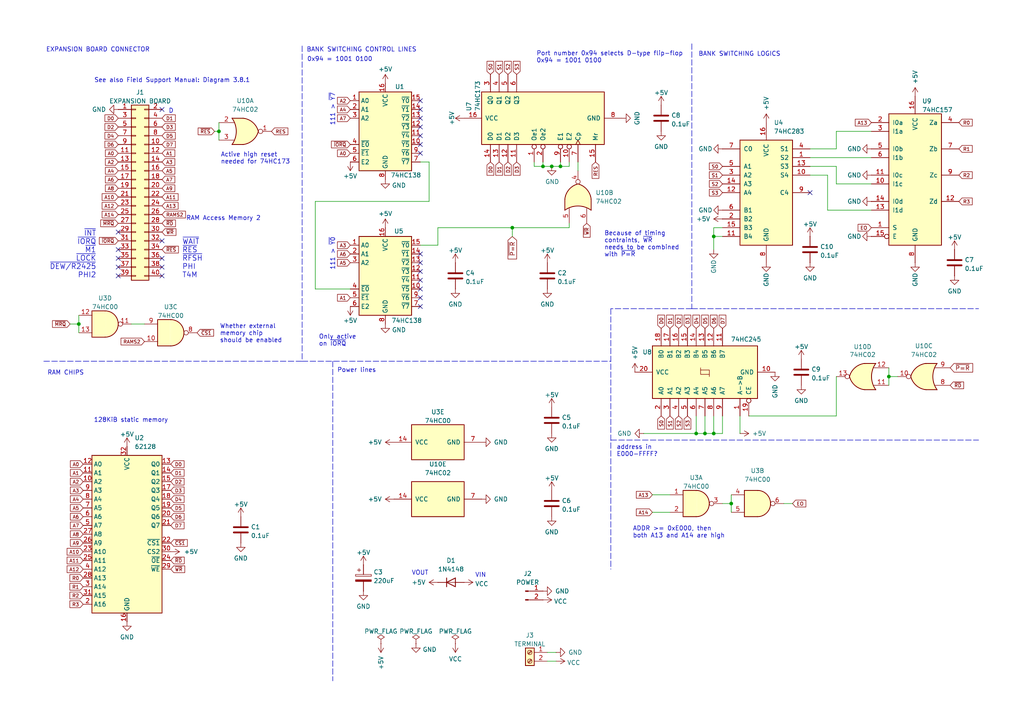
<source format=kicad_sch>
(kicad_sch (version 20231120) (generator "eeschema") (generator_version "8.0")
  (paper "A4")
  (title_block (title "Philips P2000T 128KiB memory expansion board (SMD)") (date "2024-08-06") (rev "0"))
  (lib_symbols
    (symbol "74xx:74HC00" (pin_names (offset 1.016))
      (property "Reference" "U" (at 0 1.27 0))
      (property "Value" "74HC00" (at 0 -1.27 0))
      (symbol "74HC00_1_1"
        (pin input line (at -7.62 2.54 0) (length 3.81) (name "~") (number "1"))
        (pin input line (at -7.62 -2.54 0) (length 3.81) (name "~") (number "2"))
        (pin output inverted (at 7.62 0 180) (length 3.81) (name "~") (number "3"))
      )
      (symbol "74HC00_1_2"
        (pin input inverted (at -7.62 2.54 0) (length 4.318) (name "~") (number "1"))
        (pin input inverted (at -7.62 -2.54 0) (length 4.318) (name "~") (number "2"))
        (pin output line (at 7.62 0 180) (length 3.81) (name "~") (number "3"))
      )
      (symbol "74HC00_2_1"
        (pin input line (at -7.62 2.54 0) (length 3.81) (name "~") (number "4"))
        (pin input line (at -7.62 -2.54 0) (length 3.81) (name "~") (number "5"))
        (pin output inverted (at 7.62 0 180) (length 3.81) (name "~") (number "6"))
      )
      (symbol "74HC00_2_2"
        (pin input inverted (at -7.62 2.54 0) (length 4.318) (name "~") (number "4"))
        (pin input inverted (at -7.62 -2.54 0) (length 4.318) (name "~") (number "5"))
        (pin output line (at 7.62 0 180) (length 3.81) (name "~") (number "6"))
      )
      (symbol "74HC00_3_1"
        (pin input line (at -7.62 -2.54 0) (length 3.81) (name "~") (number "10"))
        (pin output inverted (at 7.62 0 180) (length 3.81) (name "~") (number "8"))
        (pin input line (at -7.62 2.54 0) (length 3.81) (name "~") (number "9"))
      )
      (symbol "74HC00_3_2"
        (pin input inverted (at -7.62 -2.54 0) (length 4.318) (name "~") (number "10"))
        (pin output line (at 7.62 0 180) (length 3.81) (name "~") (number "8"))
        (pin input inverted (at -7.62 2.54 0) (length 4.318) (name "~") (number "9"))
      )
      (symbol "74HC00_4_1"
        (pin output inverted (at 7.62 0 180) (length 3.81) (name "~") (number "11"))
        (pin input line (at -7.62 2.54 0) (length 3.81) (name "~") (number "12"))
        (pin input line (at -7.62 -2.54 0) (length 3.81) (name "~") (number "13"))
      )
      (symbol "74HC00_4_2"
        (pin output line (at 7.62 0 180) (length 3.81) (name "~") (number "11"))
        (pin input inverted (at -7.62 2.54 0) (length 4.318) (name "~") (number "12"))
        (pin input inverted (at -7.62 -2.54 0) (length 4.318) (name "~") (number "13"))
      )
      (symbol "74HC00_5_0"
        (pin power_in line (at 0 12.7 270) (length 5.08) (name "VCC") (number "14"))
        (pin power_in line (at 0 -12.7 90) (length 5.08) (name "GND") (number "7"))
      )
    )
    (symbol "74xx:74HC02" (pin_names (offset 1.016))
      (property "Reference" "U" (at 0 1.27 0))
      (property "Value" "74HC02" (at 0 -1.27 0))
      (symbol "74HC02_1_1"
        (pin output inverted (at 7.62 0 180) (length 3.81) (name "~") (number "1"))
        (pin input line (at -7.62 2.54 0) (length 4.318) (name "~") (number "2"))
        (pin input line (at -7.62 -2.54 0) (length 4.318) (name "~") (number "3"))
      )
      (symbol "74HC02_1_2"
        (pin output line (at 7.62 0 180) (length 3.81) (name "~") (number "1"))
        (pin input inverted (at -7.62 2.54 0) (length 3.81) (name "~") (number "2"))
        (pin input inverted (at -7.62 -2.54 0) (length 3.81) (name "~") (number "3"))
      )
      (symbol "74HC02_2_1"
        (pin output inverted (at 7.62 0 180) (length 3.81) (name "~") (number "4"))
        (pin input line (at -7.62 2.54 0) (length 4.318) (name "~") (number "5"))
        (pin input line (at -7.62 -2.54 0) (length 4.318) (name "~") (number "6"))
      )
      (symbol "74HC02_2_2"
        (pin output line (at 7.62 0 180) (length 3.81) (name "~") (number "4"))
        (pin input inverted (at -7.62 2.54 0) (length 3.81) (name "~") (number "5"))
        (pin input inverted (at -7.62 -2.54 0) (length 3.81) (name "~") (number "6"))
      )
      (symbol "74HC02_3_1"
        (pin output inverted (at 7.62 0 180) (length 3.81) (name "~") (number "10"))
        (pin input line (at -7.62 2.54 0) (length 4.318) (name "~") (number "8"))
        (pin input line (at -7.62 -2.54 0) (length 4.318) (name "~") (number "9"))
      )
      (symbol "74HC02_3_2"
        (pin output line (at 7.62 0 180) (length 3.81) (name "~") (number "10"))
        (pin input inverted (at -7.62 2.54 0) (length 3.81) (name "~") (number "8"))
        (pin input inverted (at -7.62 -2.54 0) (length 3.81) (name "~") (number "9"))
      )
      (symbol "74HC02_4_1"
        (pin input line (at -7.62 2.54 0) (length 4.318) (name "~") (number "11"))
        (pin input line (at -7.62 -2.54 0) (length 4.318) (name "~") (number "12"))
        (pin output inverted (at 7.62 0 180) (length 3.81) (name "~") (number "13"))
      )
      (symbol "74HC02_4_2"
        (pin input inverted (at -7.62 2.54 0) (length 3.81) (name "~") (number "11"))
        (pin input inverted (at -7.62 -2.54 0) (length 3.81) (name "~") (number "12"))
        (pin output line (at 7.62 0 180) (length 3.81) (name "~") (number "13"))
      )
      (symbol "74HC02_5_0"
        (pin power_in line (at 0 12.7 270) (length 5.08) (name "VCC") (number "14"))
        (pin power_in line (at 0 -12.7 90) (length 5.08) (name "GND") (number "7"))
      )
    )
    (symbol "74xx:74HC138"
      (property "Reference" "U" (at -7.62 13.97 0))
      (property "Value" "74HC138" (at 2.54 -11.43 0))
      (symbol "74HC138_1_1"
        (pin input line (at -10.16 10.16 0) (length 2.54) (name "A0") (number "1"))
        (pin output line (at 10.16 -2.54 180) (length 2.54) (name "~{Y5}") (number "10"))
        (pin output line (at 10.16 0 180) (length 2.54) (name "~{Y4}") (number "11"))
        (pin output line (at 10.16 2.54 180) (length 2.54) (name "~{Y3}") (number "12"))
        (pin output line (at 10.16 5.08 180) (length 2.54) (name "~{Y2}") (number "13"))
        (pin output line (at 10.16 7.62 180) (length 2.54) (name "~{Y1}") (number "14"))
        (pin output line (at 10.16 10.16 180) (length 2.54) (name "~{Y0}") (number "15"))
        (pin power_in line (at 0 15.24 270) (length 2.54) (name "VCC") (number "16"))
        (pin input line (at -10.16 7.62 0) (length 2.54) (name "A1") (number "2"))
        (pin input line (at -10.16 5.08 0) (length 2.54) (name "A2") (number "3"))
        (pin input line (at -10.16 -2.54 0) (length 2.54) (name "~{E0}") (number "4"))
        (pin input line (at -10.16 -5.08 0) (length 2.54) (name "~{E1}") (number "5"))
        (pin input line (at -10.16 -7.62 0) (length 2.54) (name "E2") (number "6"))
        (pin output line (at 10.16 -7.62 180) (length 2.54) (name "~{Y7}") (number "7"))
        (pin power_in line (at 0 -12.7 90) (length 2.54) (name "GND") (number "8"))
        (pin output line (at 10.16 -5.08 180) (length 2.54) (name "~{Y6}") (number "9"))
      )
    )
    (symbol "74xx:74LS157" (pin_names (offset 1.016))
      (property "Reference" "U" (at -7.62 19.05 0))
      (property "Value" "74LS157" (at -7.62 -21.59 0))
      (symbol "74LS157_1_0"
        (pin input line (at -12.7 -15.24 0) (length 5.08) (name "S") (number "1"))
        (pin input line (at -12.7 -2.54 0) (length 5.08) (name "I1c") (number "10"))
        (pin input line (at -12.7 0 0) (length 5.08) (name "I0c") (number "11"))
        (pin output line (at 12.7 -7.62 180) (length 5.08) (name "Zd") (number "12"))
        (pin input line (at -12.7 -10.16 0) (length 5.08) (name "I1d") (number "13"))
        (pin input line (at -12.7 -7.62 0) (length 5.08) (name "I0d") (number "14"))
        (pin input inverted (at -12.7 -17.78 0) (length 5.08) (name "E") (number "15"))
        (pin power_in line (at 0 22.86 270) (length 5.08) (name "VCC") (number "16"))
        (pin input line (at -12.7 15.24 0) (length 5.08) (name "I0a") (number "2"))
        (pin input line (at -12.7 12.7 0) (length 5.08) (name "I1a") (number "3"))
        (pin output line (at 12.7 15.24 180) (length 5.08) (name "Za") (number "4"))
        (pin input line (at -12.7 7.62 0) (length 5.08) (name "I0b") (number "5"))
        (pin input line (at -12.7 5.08 0) (length 5.08) (name "I1b") (number "6"))
        (pin output line (at 12.7 7.62 180) (length 5.08) (name "Zb") (number "7"))
        (pin power_in line (at 0 -25.4 90) (length 5.08) (name "GND") (number "8"))
        (pin output line (at 12.7 0 180) (length 5.08) (name "Zc") (number "9"))
      )
    )
    (symbol "74xx:74LS173" (pin_names (offset 1.016))
      (property "Reference" "U" (at -7.62 19.05 0))
      (property "Value" "74LS173" (at -7.62 -19.05 0))
      (symbol "74LS173_1_0"
        (pin input inverted (at -12.7 2.54 0) (length 5.08) (name "Oe1") (number "1"))
        (pin input inverted (at -12.7 -7.62 0) (length 5.08) (name "E2") (number "10"))
        (pin input line (at -12.7 7.62 0) (length 5.08) (name "D3") (number "11"))
        (pin input line (at -12.7 10.16 0) (length 5.08) (name "D2") (number "12"))
        (pin input line (at -12.7 12.7 0) (length 5.08) (name "D1") (number "13"))
        (pin input line (at -12.7 15.24 0) (length 5.08) (name "D0") (number "14"))
        (pin input line (at -12.7 -15.24 0) (length 5.08) (name "Mr") (number "15"))
        (pin power_in line (at 0 22.86 270) (length 5.08) (name "VCC") (number "16"))
        (pin input inverted (at -12.7 0 0) (length 5.08) (name "Oe2") (number "2"))
        (pin tri_state line (at 12.7 15.24 180) (length 5.08) (name "Q0") (number "3"))
        (pin tri_state line (at 12.7 12.7 180) (length 5.08) (name "Q1") (number "4"))
        (pin tri_state line (at 12.7 10.16 180) (length 5.08) (name "Q2") (number "5"))
        (pin tri_state line (at 12.7 7.62 180) (length 5.08) (name "Q3") (number "6"))
        (pin input clock (at -12.7 -10.16 0) (length 5.08) (name "Cp") (number "7"))
        (pin power_in line (at 0 -22.86 90) (length 5.08) (name "GND") (number "8"))
        (pin input inverted (at -12.7 -5.08 0) (length 5.08) (name "E1") (number "9"))
      )
    )
    (symbol "74xx:74LS245" (pin_names (offset 1.016))
      (property "Reference" "U" (at -7.62 16.51 0))
      (property "Value" "74LS245" (at -7.62 -16.51 0))
      (symbol "74LS245_1_0"
        (pin input line (at -12.7 -10.16 0) (length 5.08) (name "A->B") (number "1"))
        (pin power_in line (at 0 -20.32 90) (length 5.08) (name "GND") (number "10"))
        (pin tri_state line (at 12.7 -5.08 180) (length 5.08) (name "B7") (number "11"))
        (pin tri_state line (at 12.7 -2.54 180) (length 5.08) (name "B6") (number "12"))
        (pin tri_state line (at 12.7 0 180) (length 5.08) (name "B5") (number "13"))
        (pin tri_state line (at 12.7 2.54 180) (length 5.08) (name "B4") (number "14"))
        (pin tri_state line (at 12.7 5.08 180) (length 5.08) (name "B3") (number "15"))
        (pin tri_state line (at 12.7 7.62 180) (length 5.08) (name "B2") (number "16"))
        (pin tri_state line (at 12.7 10.16 180) (length 5.08) (name "B1") (number "17"))
        (pin tri_state line (at 12.7 12.7 180) (length 5.08) (name "B0") (number "18"))
        (pin input inverted (at -12.7 -12.7 0) (length 5.08) (name "CE") (number "19"))
        (pin tri_state line (at -12.7 12.7 0) (length 5.08) (name "A0") (number "2"))
        (pin power_in line (at 0 20.32 270) (length 5.08) (name "VCC") (number "20"))
        (pin tri_state line (at -12.7 10.16 0) (length 5.08) (name "A1") (number "3"))
        (pin tri_state line (at -12.7 7.62 0) (length 5.08) (name "A2") (number "4"))
        (pin tri_state line (at -12.7 5.08 0) (length 5.08) (name "A3") (number "5"))
        (pin tri_state line (at -12.7 2.54 0) (length 5.08) (name "A4") (number "6"))
        (pin tri_state line (at -12.7 0 0) (length 5.08) (name "A5") (number "7"))
        (pin tri_state line (at -12.7 -2.54 0) (length 5.08) (name "A6") (number "8"))
        (pin tri_state line (at -12.7 -5.08 0) (length 5.08) (name "A7") (number "9"))
      )
    )
    (symbol "74xx:74LS283" (pin_names (offset 1.016))
      (property "Reference" "U" (at -7.62 16.51 0))
      (property "Value" "74LS283" (at -7.62 -16.51 0))
      (symbol "74LS283_1_0"
        (pin output line (at 12.7 10.16 180) (length 5.08) (name "S2") (number "1"))
        (pin output line (at 12.7 5.08 180) (length 5.08) (name "S4") (number "10"))
        (pin input line (at -12.7 -12.7 0) (length 5.08) (name "B4") (number "11"))
        (pin input line (at -12.7 0 0) (length 5.08) (name "A4") (number "12"))
        (pin output line (at 12.7 7.62 180) (length 5.08) (name "S3") (number "13"))
        (pin input line (at -12.7 2.54 0) (length 5.08) (name "A3") (number "14"))
        (pin input line (at -12.7 -10.16 0) (length 5.08) (name "B3") (number "15"))
        (pin power_in line (at 0 20.32 270) (length 5.08) (name "VCC") (number "16"))
        (pin input line (at -12.7 -7.62 0) (length 5.08) (name "B2") (number "2"))
        (pin input line (at -12.7 5.08 0) (length 5.08) (name "A2") (number "3"))
        (pin output line (at 12.7 12.7 180) (length 5.08) (name "S1") (number "4"))
        (pin input line (at -12.7 7.62 0) (length 5.08) (name "A1") (number "5"))
        (pin input line (at -12.7 -5.08 0) (length 5.08) (name "B1") (number "6"))
        (pin input line (at -12.7 12.7 0) (length 5.08) (name "C0") (number "7"))
        (pin power_in line (at 0 -20.32 90) (length 5.08) (name "GND") (number "8"))
        (pin output line (at 12.7 0 180) (length 5.08) (name "C4") (number "9"))
      )
    )
    (symbol "Connector:Conn_01x02_Pin" (pin_names (offset 1.016) hide)
      (property "Reference" "J" (at 0 2.54 0))
      (property "Value" "Conn_01x02_Pin" (at 0 -5.08 0))
      (symbol "Conn_01x02_Pin_1_1"
        (pin passive line (at 5.08 0 180) (length 3.81) (name "Pin_1") (number "1"))
        (pin passive line (at 5.08 -2.54 180) (length 3.81) (name "Pin_2") (number "2"))
      )
    )
    (symbol "Connector:Screw_Terminal_01x02" (pin_names (offset 1.016) hide)
      (property "Reference" "J" (at 0 2.54 0))
      (property "Value" "Screw_Terminal_01x02" (at 0 -5.08 0))
      (symbol "Screw_Terminal_01x02_1_1"
        (pin passive line (at -5.08 0 0) (length 3.81) (name "Pin_1") (number "1"))
        (pin passive line (at -5.08 -2.54 0) (length 3.81) (name "Pin_2") (number "2"))
      )
    )
    (symbol "Connector_Generic:Conn_02x20_Odd_Even" (pin_names (offset 1.016) hide)
      (property "Reference" "J" (at 1.27 25.4 0))
      (property "Value" "Conn_02x20_Odd_Even" (at 1.27 -27.94 0))
      (symbol "Conn_02x20_Odd_Even_1_1"
        (pin passive line (at -5.08 22.86 0) (length 3.81) (name "Pin_1") (number "1"))
        (pin passive line (at 7.62 12.7 180) (length 3.81) (name "Pin_10") (number "10"))
        (pin passive line (at -5.08 10.16 0) (length 3.81) (name "Pin_11") (number "11"))
        (pin passive line (at 7.62 10.16 180) (length 3.81) (name "Pin_12") (number "12"))
        (pin passive line (at -5.08 7.62 0) (length 3.81) (name "Pin_13") (number "13"))
        (pin passive line (at 7.62 7.62 180) (length 3.81) (name "Pin_14") (number "14"))
        (pin passive line (at -5.08 5.08 0) (length 3.81) (name "Pin_15") (number "15"))
        (pin passive line (at 7.62 5.08 180) (length 3.81) (name "Pin_16") (number "16"))
        (pin passive line (at -5.08 2.54 0) (length 3.81) (name "Pin_17") (number "17"))
        (pin passive line (at 7.62 2.54 180) (length 3.81) (name "Pin_18") (number "18"))
        (pin passive line (at -5.08 0 0) (length 3.81) (name "Pin_19") (number "19"))
        (pin passive line (at 7.62 22.86 180) (length 3.81) (name "Pin_2") (number "2"))
        (pin passive line (at 7.62 0 180) (length 3.81) (name "Pin_20") (number "20"))
        (pin passive line (at -5.08 -2.54 0) (length 3.81) (name "Pin_21") (number "21"))
        (pin passive line (at 7.62 -2.54 180) (length 3.81) (name "Pin_22") (number "22"))
        (pin passive line (at -5.08 -5.08 0) (length 3.81) (name "Pin_23") (number "23"))
        (pin passive line (at 7.62 -5.08 180) (length 3.81) (name "Pin_24") (number "24"))
        (pin passive line (at -5.08 -7.62 0) (length 3.81) (name "Pin_25") (number "25"))
        (pin passive line (at 7.62 -7.62 180) (length 3.81) (name "Pin_26") (number "26"))
        (pin passive line (at -5.08 -10.16 0) (length 3.81) (name "Pin_27") (number "27"))
        (pin passive line (at 7.62 -10.16 180) (length 3.81) (name "Pin_28") (number "28"))
        (pin passive line (at -5.08 -12.7 0) (length 3.81) (name "Pin_29") (number "29"))
        (pin passive line (at -5.08 20.32 0) (length 3.81) (name "Pin_3") (number "3"))
        (pin passive line (at 7.62 -12.7 180) (length 3.81) (name "Pin_30") (number "30"))
        (pin passive line (at -5.08 -15.24 0) (length 3.81) (name "Pin_31") (number "31"))
        (pin passive line (at 7.62 -15.24 180) (length 3.81) (name "Pin_32") (number "32"))
        (pin passive line (at -5.08 -17.78 0) (length 3.81) (name "Pin_33") (number "33"))
        (pin passive line (at 7.62 -17.78 180) (length 3.81) (name "Pin_34") (number "34"))
        (pin passive line (at -5.08 -20.32 0) (length 3.81) (name "Pin_35") (number "35"))
        (pin passive line (at 7.62 -20.32 180) (length 3.81) (name "Pin_36") (number "36"))
        (pin passive line (at -5.08 -22.86 0) (length 3.81) (name "Pin_37") (number "37"))
        (pin passive line (at 7.62 -22.86 180) (length 3.81) (name "Pin_38") (number "38"))
        (pin passive line (at -5.08 -25.4 0) (length 3.81) (name "Pin_39") (number "39"))
        (pin passive line (at 7.62 20.32 180) (length 3.81) (name "Pin_4") (number "4"))
        (pin passive line (at 7.62 -25.4 180) (length 3.81) (name "Pin_40") (number "40"))
        (pin passive line (at -5.08 17.78 0) (length 3.81) (name "Pin_5") (number "5"))
        (pin passive line (at 7.62 17.78 180) (length 3.81) (name "Pin_6") (number "6"))
        (pin passive line (at -5.08 15.24 0) (length 3.81) (name "Pin_7") (number "7"))
        (pin passive line (at 7.62 15.24 180) (length 3.81) (name "Pin_8") (number "8"))
        (pin passive line (at -5.08 12.7 0) (length 3.81) (name "Pin_9") (number "9"))
      )
    )
    (symbol "Device:C" (pin_numbers hide) (pin_names (offset 0.254))
      (property "Reference" "C" (at 0.635 2.54 0))
      (property "Value" "C" (at 0.635 -2.54 0))
      (symbol "C_1_1"
        (pin passive line (at 0 3.81 270) (length 2.794) (name "~") (number "1"))
        (pin passive line (at 0 -3.81 90) (length 2.794) (name "~") (number "2"))
      )
    )
    (symbol "Device:C_Polarized" (pin_numbers hide) (pin_names (offset 0.254))
      (property "Reference" "C" (at 0.635 2.54 0))
      (property "Value" "C_Polarized" (at 0.635 -2.54 0))
      (symbol "C_Polarized_1_1"
        (pin passive line (at 0 3.81 270) (length 2.794) (name "~") (number "1"))
        (pin passive line (at 0 -3.81 90) (length 2.794) (name "~") (number "2"))
      )
    )
    (symbol "Device:D" (pin_numbers hide) (pin_names (offset 1.016) hide)
      (property "Reference" "D" (at 0 2.54 0))
      (property "Value" "D" (at 0 -2.54 0))
      (symbol "D_1_1"
        (pin passive line (at -3.81 0 0) (length 2.54) (name "K") (number "1"))
        (pin passive line (at 3.81 0 180) (length 2.54) (name "A") (number "2"))
      )
    )
    (symbol "Memory_RAM:628128_DIP32_SSOP32"
      (property "Reference" "U" (at -10.16 23.495 0))
      (property "Value" "628128_DIP32_SSOP32" (at 2.54 23.495 0))
      (symbol "628128_DIP32_SSOP32_0_0"
        (pin power_in line (at 0 -25.4 90) (length 2.54) (name "GND") (number "16"))
        (pin power_in line (at 0 25.4 270) (length 2.54) (name "VCC") (number "32"))
      )
      (symbol "628128_DIP32_SSOP32_1_1"
        (pin no_connect line (at 10.16 -20.32 180) (length 2.54) hide (name "NC") (number "1"))
        (pin input line (at -12.7 15.24 0) (length 2.54) (name "A2") (number "10"))
        (pin input line (at -12.7 17.78 0) (length 2.54) (name "A1") (number "11"))
        (pin input line (at -12.7 20.32 0) (length 2.54) (name "A0") (number "12"))
        (pin tri_state line (at 12.7 20.32 180) (length 2.54) (name "Q0") (number "13"))
        (pin tri_state line (at 12.7 17.78 180) (length 2.54) (name "Q1") (number "14"))
        (pin tri_state line (at 12.7 15.24 180) (length 2.54) (name "Q2") (number "15"))
        (pin tri_state line (at 12.7 12.7 180) (length 2.54) (name "Q3") (number "17"))
        (pin tri_state line (at 12.7 10.16 180) (length 2.54) (name "Q4") (number "18"))
        (pin tri_state line (at 12.7 7.62 180) (length 2.54) (name "Q5") (number "19"))
        (pin input line (at -12.7 -20.32 0) (length 2.54) (name "A16") (number "2"))
        (pin tri_state line (at 12.7 5.08 180) (length 2.54) (name "Q6") (number "20"))
        (pin tri_state line (at 12.7 2.54 180) (length 2.54) (name "Q7") (number "21"))
        (pin input line (at 12.7 -2.54 180) (length 2.54) (name "~{CS1}") (number "22"))
        (pin input line (at -12.7 -5.08 0) (length 2.54) (name "A10") (number "23"))
        (pin input line (at 12.7 -7.62 180) (length 2.54) (name "~{OE}") (number "24"))
        (pin input line (at -12.7 -7.62 0) (length 2.54) (name "A11") (number "25"))
        (pin input line (at -12.7 -2.54 0) (length 2.54) (name "A9") (number "26"))
        (pin input line (at -12.7 0 0) (length 2.54) (name "A8") (number "27"))
        (pin input line (at -12.7 -12.7 0) (length 2.54) (name "A13") (number "28"))
        (pin input line (at 12.7 -10.16 180) (length 2.54) (name "~{WE}") (number "29"))
        (pin input line (at -12.7 -15.24 0) (length 2.54) (name "A14") (number "3"))
        (pin input line (at 12.7 -5.08 180) (length 2.54) (name "CS2") (number "30"))
        (pin input line (at -12.7 -17.78 0) (length 2.54) (name "A15") (number "31"))
        (pin input line (at -12.7 -10.16 0) (length 2.54) (name "A12") (number "4"))
        (pin input line (at -12.7 2.54 0) (length 2.54) (name "A7") (number "5"))
        (pin input line (at -12.7 5.08 0) (length 2.54) (name "A6") (number "6"))
        (pin input line (at -12.7 7.62 0) (length 2.54) (name "A5") (number "7"))
        (pin input line (at -12.7 10.16 0) (length 2.54) (name "A4") (number "8"))
        (pin input line (at -12.7 12.7 0) (length 2.54) (name "A3") (number "9"))
      )
    )
    (symbol "power:+5V" (power) (pin_numbers hide) (pin_names (offset 0) hide)
      (property "Value" "+5V" (at 0 3.556 0))
      (symbol "+5V_1_1"
        (pin power_in line (at 0 0 90) (length 0) (name "~") (number "1"))
      )
    )
    (symbol "power:GND" (power) (pin_numbers hide) (pin_names (offset 0) hide)
      (property "Value" "GND" (at 0 -3.81 0))
      (symbol "GND_1_1"
        (pin power_in line (at 0 0 270) (length 0) (name "~") (number "1"))
      )
    )
    (symbol "power:PWR_FLAG" (power) (pin_numbers hide) (pin_names (offset 0) hide)
      (property "Value" "PWR_FLAG" (at 0 3.81 0))
      (symbol "PWR_FLAG_0_0"
        (pin power_out line (at 0 0 90) (length 0) (name "~") (number "1"))
      )
    )
    (symbol "power:VCC" (power) (pin_numbers hide) (pin_names (offset 0) hide)
      (property "Value" "VCC" (at 0 3.556 0))
      (symbol "VCC_1_1"
        (pin power_in line (at 0 0 90) (length 0) (name "~") (number "1"))
      )
    )
  )
  (junction (at 160.02 48.26))
  (junction (at 257.81 109.22))
  (junction (at 204.47 125.73))
  (junction (at 201.93 125.73))
  (junction (at 212.09 146.05))
  (junction (at 63.5 38.1))
  (junction (at 22.86 93.98))
  (junction (at 207.01 68.58))
  (junction (at 207.01 125.73))
  (junction (at 157.48 48.26))
  (junction (at 148.59 66.04))
  (junction (at 162.56 48.26))
  (no_connect (at 46.99 80.01))
  (no_connect (at 121.92 76.2))
  (no_connect (at 121.92 39.37))
  (no_connect (at 34.29 74.93))
  (no_connect (at 46.99 69.85))
  (no_connect (at 34.29 80.01))
  (no_connect (at 121.92 73.66))
  (no_connect (at 121.92 44.45))
  (no_connect (at 121.92 83.82))
  (no_connect (at 121.92 29.21))
  (no_connect (at 34.29 77.47))
  (no_connect (at 234.95 55.88))
  (no_connect (at 46.99 74.93))
  (no_connect (at 121.92 86.36))
  (no_connect (at 121.92 31.75))
  (no_connect (at 46.99 31.75))
  (no_connect (at 121.92 34.29))
  (no_connect (at 121.92 36.83))
  (no_connect (at 46.99 77.47))
  (no_connect (at 121.92 88.9))
  (no_connect (at 121.92 41.91))
  (no_connect (at 34.29 72.39))
  (no_connect (at 121.92 78.74))
  (no_connect (at 34.29 67.31))
  (no_connect (at 121.92 81.28))
  (polyline (pts (xy 200.66 89.535) (xy 283.845 89.535)) (stroke (width 0) (type dash)))
  (wire (pts (xy 91.44 58.42) (xy 91.44 83.82)))
  (wire (pts (xy 158.75 189.23) (xy 161.29 189.23)))
  (wire (pts (xy 62.23 38.1) (xy 63.5 38.1)))
  (wire (pts (xy 91.44 83.82) (xy 101.6 83.82)))
  (wire (pts (xy 207.01 68.58) (xy 209.55 68.58)))
  (wire (pts (xy 234.95 43.18) (xy 242.57 43.18)))
  (wire (pts (xy 124.46 58.42) (xy 91.44 58.42)))
  (wire (pts (xy 242.57 109.22) (xy 242.57 120.65)))
  (wire (pts (xy 207.01 120.65) (xy 207.01 125.73)))
  (wire (pts (xy 242.57 53.34) (xy 252.73 53.34)))
  (wire (pts (xy 121.92 46.99) (xy 124.46 46.99)))
  (wire (pts (xy 204.47 120.65) (xy 204.47 125.73)))
  (polyline (pts (xy 200.66 89.535) (xy 177.165 89.535)) (stroke (width 0) (type dash)))
  (polyline (pts (xy 87.63 13.335) (xy 87.63 104.775)) (stroke (width 0) (type dash)))
  (wire (pts (xy 154.94 48.26) (xy 154.94 46.99)))
  (wire (pts (xy 124.46 46.99) (xy 124.46 58.42)))
  (wire (pts (xy 207.01 68.58) (xy 207.01 66.04)))
  (wire (pts (xy 22.86 93.98) (xy 22.86 91.44)))
  (wire (pts (xy 257.81 109.22) (xy 257.81 106.68)))
  (wire (pts (xy 127 66.04) (xy 148.59 66.04)))
  (polyline (pts (xy 200.66 12.7) (xy 200.66 89.535)) (stroke (width 0) (type dash)))
  (wire (pts (xy 189.23 148.59) (xy 194.31 148.59)))
  (wire (pts (xy 214.63 125.73) (xy 214.63 120.65)))
  (polyline (pts (xy 96.52 104.775) (xy 96.52 197.485)) (stroke (width 0) (type dash)))
  (polyline (pts (xy 177.165 127.635) (xy 283.845 127.635)) (stroke (width 0) (type dash)))
  (wire (pts (xy 165.1 46.99) (xy 165.1 48.26)))
  (wire (pts (xy 160.02 48.26) (xy 162.56 48.26)))
  (wire (pts (xy 189.23 143.51) (xy 194.31 143.51)))
  (wire (pts (xy 212.09 146.05) (xy 212.09 148.59)))
  (wire (pts (xy 162.56 48.26) (xy 162.56 46.99)))
  (wire (pts (xy 148.59 66.04) (xy 148.59 68.58)))
  (wire (pts (xy 157.48 48.26) (xy 160.02 48.26)))
  (wire (pts (xy 63.5 38.1) (xy 63.5 40.64)))
  (wire (pts (xy 260.35 109.22) (xy 257.81 109.22)))
  (wire (pts (xy 162.56 48.26) (xy 165.1 48.26)))
  (wire (pts (xy 127 71.12) (xy 127 66.04)))
  (wire (pts (xy 217.17 120.65) (xy 242.57 120.65)))
  (wire (pts (xy 158.75 191.77) (xy 161.29 191.77)))
  (wire (pts (xy 201.93 120.65) (xy 201.93 125.73)))
  (wire (pts (xy 157.48 48.26) (xy 157.48 46.99)))
  (wire (pts (xy 242.57 38.1) (xy 252.73 38.1)))
  (wire (pts (xy 204.47 125.73) (xy 207.01 125.73)))
  (wire (pts (xy 257.81 109.22) (xy 257.81 111.76)))
  (polyline (pts (xy 12.7 104.775) (xy 87.63 104.775)) (stroke (width 0) (type dash)))
  (wire (pts (xy 201.93 125.73) (xy 204.47 125.73)))
  (wire (pts (xy 38.1 93.98) (xy 41.91 93.98)))
  (wire (pts (xy 242.57 43.18) (xy 242.57 38.1)))
  (wire (pts (xy 20.32 93.98) (xy 22.86 93.98)))
  (wire (pts (xy 22.86 93.98) (xy 22.86 96.52)))
  (wire (pts (xy 207.01 125.73) (xy 209.55 125.73)))
  (wire (pts (xy 63.5 38.1) (xy 63.5 35.56)))
  (polyline (pts (xy 177.165 89.535) (xy 177.165 165.1)) (stroke (width 0) (type dash)))
  (polyline (pts (xy 87.63 104.775) (xy 177.165 104.775)) (stroke (width 0) (type dash)))
  (wire (pts (xy 154.94 48.26) (xy 157.48 48.26)))
  (wire (pts (xy 234.95 45.72) (xy 252.73 45.72)))
  (wire (pts (xy 165.1 64.77) (xy 165.1 66.04)))
  (wire (pts (xy 240.03 60.96) (xy 252.73 60.96)))
  (wire (pts (xy 207.01 72.39) (xy 207.01 68.58)))
  (wire (pts (xy 212.09 143.51) (xy 212.09 146.05)))
  (wire (pts (xy 209.55 125.73) (xy 209.55 120.65)))
  (wire (pts (xy 148.59 66.04) (xy 165.1 66.04)))
  (wire (pts (xy 186.69 125.73) (xy 201.93 125.73)))
  (wire (pts (xy 240.03 50.8) (xy 240.03 60.96)))
  (wire (pts (xy 167.64 49.53) (xy 167.64 46.99)))
  (wire (pts (xy 242.57 48.26) (xy 242.57 53.34)))
  (wire (pts (xy 121.92 71.12) (xy 127 71.12)))
  (wire (pts (xy 234.95 48.26) (xy 242.57 48.26)))
  (wire (pts (xy 234.95 50.8) (xy 240.03 50.8)))
  (wire (pts (xy 209.55 146.05) (xy 212.09 146.05)))
  (wire (pts (xy 207.01 66.04) (xy 209.55 66.04)))
  (wire (pts (xy 227.33 146.05) (xy 229.87 146.05)))
  (text "VIN" (at 137.795 167.64 0) (effects (font (size 1.27 1.27)) (justify left bottom)))
  (text "EXPANSION BOARD CONNECTOR" (at 13.335 15.24 0) (effects (font (size 1.27 1.27)) (justify left bottom)))
  (text "VOUT" (at 119.38 167.005 0) (effects (font (size 1.27 1.27)) (justify left bottom)))
  (text "0x94 = 1001 0100" (at 98.552 17.272 0) (effects (font (size 1.27 1.27))))
  (text "~{INT}\n~{IORQ}\n~{M1}\n~{LOCK}\n~{DEW/R2425}\nPHI2" (at 27.94 80.772 0) (effects (font (size 1.5 1.5)) (justify right bottom)))
  (text "D" (at 48.895 33.02 0) (effects (font (size 1.27 1.27)) (justify left bottom)))
  (text "Only active\non ~{IORQ}" (at 92.456 100.584 0) (effects (font (size 1.27 1.27)) (justify left bottom)))
  (text "RAM Access Memory 2" (at 53.975 64.135 0) (effects (font (size 1.27 1.27)) (justify left bottom)))
  (text "111 > ~{Y0}" (at 96.52 73.66 90) (effects (font (size 1.27 1.27))))
  (text "address in\nE000-FFFF?" (at 178.816 132.588 0) (effects (font (size 1.27 1.27)) (justify left bottom)))
  (text "111 > ~{Y7}" (at 96.52 31.75 90) (effects (font (size 1.27 1.27))))
  (text "Because of timing\ncontraints, ~{WR}\nneeds to be combined\nwith ~{P=R}" (at 175.26 74.676 0) (effects (font (size 1.27 1.27)) (justify left bottom)))
  (text "BANK SWITCHING LOGICS" (at 202.565 16.51 0) (effects (font (size 1.27 1.27)) (justify left bottom)))
  (text "RAM CHIPS" (at 13.716 108.966 0) (effects (font (size 1.27 1.27)) (justify left bottom)))
  (text "See also Field Support Manual: Diagram 3.8.1" (at 27.305 24.13 0) (effects (font (size 1.27 1.27)) (justify left bottom)))
  (text "Power lines" (at 97.79 108.204 0) (effects (font (size 1.27 1.27)) (justify left bottom)))
  (text "BANK SWITCHING CONTROL LINES" (at 88.9 15.24 0) (effects (font (size 1.27 1.27)) (justify left bottom)))
  (text "128KiB static memory" (at 27.178 122.682 0) (effects (font (size 1.27 1.27)) (justify left bottom)))
  (text "ADDR >= 0xE000, then \nboth A13 and A14 are high" (at 183.515 156.21 0) (effects (font (size 1.27 1.27)) (justify left bottom)))
  (text "~{WAIT}\n~{RES}\n~{RFSH}\nPHI\nT4M" (at 52.832 80.772 0) (effects (font (size 1.5 1.5)) (justify left bottom)))
  (text "Active high reset\nneeded for 74HC173" (at 64.008 47.752 0) (effects (font (size 1.27 1.27)) (justify left bottom)))
  (text "Whether external \nmemory chip\nshould be enabled" (at 63.754 99.568 0) (effects (font (size 1.27 1.27)) (justify left bottom)))
  (text "Port number 0x94 selects D-type flip-flop\n0x94 = 1001 0100" (at 155.575 18.415 0) (effects (font (size 1.27 1.27)) (justify left bottom)))
  (global_label "~{P=R}" (shape input) (at 148.59 68.58 270) (property "Intersheetrefs" "${INTERSHEET_REFS}" (effects (hide yes))))
  (global_label "A2" (shape input) (at 101.6 29.21 180) (effects (font (size 1 1))) (property "Intersheetrefs" "${INTERSHEET_REFS}" (effects (hide yes))))
  (global_label "S2" (shape input) (at 209.55 53.34 180) (effects (font (size 1 1))) (property "Intersheetrefs" "${INTERSHEET_REFS}" (effects (hide yes))))
  (global_label "A8" (shape input) (at 34.29 54.61 180) (effects (font (size 1 1))) (property "Intersheetrefs" "${INTERSHEET_REFS}" (effects (hide yes))))
  (global_label "A10" (shape input) (at 24.13 160.02 180) (effects (font (size 1 1))) (property "Intersheetrefs" "${INTERSHEET_REFS}" (effects (hide yes))))
  (global_label "R0" (shape input) (at 278.13 35.56 0) (effects (font (size 1 1))) (property "Intersheetrefs" "${INTERSHEET_REFS}" (effects (hide yes))))
  (global_label "R3" (shape input) (at 278.13 58.42 0) (effects (font (size 1 1))) (property "Intersheetrefs" "${INTERSHEET_REFS}" (effects (hide yes))))
  (global_label "R1" (shape input) (at 24.13 170.18 180) (effects (font (size 1 1))) (property "Intersheetrefs" "${INTERSHEET_REFS}" (effects (hide yes))))
  (global_label "A4" (shape input) (at 24.13 144.78 180) (effects (font (size 1 1))) (property "Intersheetrefs" "${INTERSHEET_REFS}" (effects (hide yes))))
  (global_label "~{MRQ}" (shape input) (at 20.32 93.98 180) (effects (font (size 1 1))) (property "Intersheetrefs" "${INTERSHEET_REFS}" (effects (hide yes))))
  (global_label "D7" (shape input) (at 209.55 95.25 90) (effects (font (size 1 1))) (property "Intersheetrefs" "${INTERSHEET_REFS}" (effects (hide yes))))
  (global_label "~{CS1}" (shape input) (at 57.15 96.52 0) (effects (font (size 1 1))) (property "Intersheetrefs" "${INTERSHEET_REFS}" (effects (hide yes))))
  (global_label "A3" (shape input) (at 101.6 71.12 180) (effects (font (size 1 1))) (property "Intersheetrefs" "${INTERSHEET_REFS}" (effects (hide yes))))
  (global_label "D0" (shape input) (at 49.53 134.62 0) (effects (font (size 1 1))) (property "Intersheetrefs" "${INTERSHEET_REFS}" (effects (hide yes))))
  (global_label "A13" (shape input) (at 252.73 35.56 180) (effects (font (size 1 1))) (property "Intersheetrefs" "${INTERSHEET_REFS}" (effects (hide yes))))
  (global_label "A6" (shape input) (at 34.29 52.07 180) (effects (font (size 1 1))) (property "Intersheetrefs" "${INTERSHEET_REFS}" (effects (hide yes))))
  (global_label "R2" (shape input) (at 24.13 172.72 180) (effects (font (size 1 1))) (property "Intersheetrefs" "${INTERSHEET_REFS}" (effects (hide yes))))
  (global_label "D4" (shape input) (at 34.29 39.37 180) (effects (font (size 1 1))) (property "Intersheetrefs" "${INTERSHEET_REFS}" (effects (hide yes))))
  (global_label "~{P=R}" (shape input) (at 275.59 106.68 0) (property "Intersheetrefs" "${INTERSHEET_REFS}" (effects (hide yes))))
  (global_label "D7" (shape input) (at 46.99 41.91 0) (effects (font (size 1 1))) (property "Intersheetrefs" "${INTERSHEET_REFS}" (effects (hide yes))))
  (global_label "D0" (shape input) (at 191.77 95.25 90) (effects (font (size 1 1))) (property "Intersheetrefs" "${INTERSHEET_REFS}" (effects (hide yes))))
  (global_label "D1" (shape input) (at 144.78 46.99 270) (effects (font (size 1 1))) (property "Intersheetrefs" "${INTERSHEET_REFS}" (effects (hide yes))))
  (global_label "D3" (shape input) (at 149.86 46.99 270) (effects (font (size 1 1))) (property "Intersheetrefs" "${INTERSHEET_REFS}" (effects (hide yes))))
  (global_label "A12" (shape input) (at 24.13 165.1 180) (effects (font (size 1 1))) (property "Intersheetrefs" "${INTERSHEET_REFS}" (effects (hide yes))))
  (global_label "A6" (shape input) (at 101.6 73.66 180) (effects (font (size 1 1))) (property "Intersheetrefs" "${INTERSHEET_REFS}" (effects (hide yes))))
  (global_label "~{RD}" (shape input) (at 46.99 64.77 0) (effects (font (size 1 1))) (property "Intersheetrefs" "${INTERSHEET_REFS}" (effects (hide yes))))
  (global_label "A10" (shape input) (at 34.29 57.15 180) (effects (font (size 1 1))) (property "Intersheetrefs" "${INTERSHEET_REFS}" (effects (hide yes))))
  (global_label "D5" (shape input) (at 204.47 95.25 90) (effects (font (size 1 1))) (property "Intersheetrefs" "${INTERSHEET_REFS}" (effects (hide yes))))
  (global_label "~{RD}" (shape input) (at 275.59 111.76 0) (effects (font (size 1 1))) (property "Intersheetrefs" "${INTERSHEET_REFS}" (effects (hide yes))))
  (global_label "S3" (shape input) (at 199.39 120.65 270) (effects (font (size 1 1))) (property "Intersheetrefs" "${INTERSHEET_REFS}" (effects (hide yes))))
  (global_label "D3" (shape input) (at 46.99 36.83 0) (effects (font (size 1 1))) (property "Intersheetrefs" "${INTERSHEET_REFS}" (effects (hide yes))))
  (global_label "A2" (shape input) (at 34.29 46.99 180) (effects (font (size 1 1))) (property "Intersheetrefs" "${INTERSHEET_REFS}" (effects (hide yes))))
  (global_label "D0" (shape input) (at 142.24 46.99 270) (effects (font (size 1 1))) (property "Intersheetrefs" "${INTERSHEET_REFS}" (effects (hide yes))))
  (global_label "A13" (shape input) (at 189.23 143.51 180) (effects (font (size 1 1))) (property "Intersheetrefs" "${INTERSHEET_REFS}" (effects (hide yes))))
  (global_label "D6" (shape input) (at 34.29 41.91 180) (effects (font (size 1 1))) (property "Intersheetrefs" "${INTERSHEET_REFS}" (effects (hide yes))))
  (global_label "RES" (shape input) (at 172.72 46.99 270) (effects (font (size 1 1))) (property "Intersheetrefs" "${INTERSHEET_REFS}" (effects (hide yes))))
  (global_label "S0" (shape input) (at 191.77 120.65 270) (effects (font (size 1 1))) (property "Intersheetrefs" "${INTERSHEET_REFS}" (effects (hide yes))))
  (global_label "D5" (shape input) (at 46.99 39.37 0) (effects (font (size 1 1))) (property "Intersheetrefs" "${INTERSHEET_REFS}" (effects (hide yes))))
  (global_label "S2" (shape input) (at 147.32 21.59 90) (effects (font (size 1 1))) (property "Intersheetrefs" "${INTERSHEET_REFS}" (effects (hide yes))))
  (global_label "A0" (shape input) (at 34.29 44.45 180) (effects (font (size 1 1))) (property "Intersheetrefs" "${INTERSHEET_REFS}" (effects (hide yes))))
  (global_label "D7" (shape input) (at 49.53 152.4 0) (effects (font (size 1 1))) (property "Intersheetrefs" "${INTERSHEET_REFS}" (effects (hide yes))))
  (global_label "RAMS2" (shape input) (at 46.99 62.23 0) (effects (font (size 1 1))) (property "Intersheetrefs" "${INTERSHEET_REFS}" (effects (hide yes))))
  (global_label "A7" (shape input) (at 24.13 152.4 180) (effects (font (size 1 1))) (property "Intersheetrefs" "${INTERSHEET_REFS}" (effects (hide yes))))
  (global_label "S1" (shape input) (at 194.31 120.65 270) (effects (font (size 1 1))) (property "Intersheetrefs" "${INTERSHEET_REFS}" (effects (hide yes))))
  (global_label "D1" (shape input) (at 194.31 95.25 90) (effects (font (size 1 1))) (property "Intersheetrefs" "${INTERSHEET_REFS}" (effects (hide yes))))
  (global_label "RES" (shape input) (at 78.74 38.1 0) (effects (font (size 1 1))) (property "Intersheetrefs" "${INTERSHEET_REFS}" (effects (hide yes))))
  (global_label "~{WR}" (shape input) (at 46.99 67.31 0) (effects (font (size 1 1))) (property "Intersheetrefs" "${INTERSHEET_REFS}" (effects (hide yes))))
  (global_label "S0" (shape input) (at 209.55 48.26 180) (effects (font (size 1 1))) (property "Intersheetrefs" "${INTERSHEET_REFS}" (effects (hide yes))))
  (global_label "S2" (shape input) (at 196.85 120.65 270) (effects (font (size 1 1))) (property "Intersheetrefs" "${INTERSHEET_REFS}" (effects (hide yes))))
  (global_label "A14" (shape input) (at 189.23 148.59 180) (effects (font (size 1 1))) (property "Intersheetrefs" "${INTERSHEET_REFS}" (effects (hide yes))))
  (global_label "RAMS2" (shape input) (at 41.91 99.06 180) (effects (font (size 1 1))) (property "Intersheetrefs" "${INTERSHEET_REFS}" (effects (hide yes))))
  (global_label "A1" (shape input) (at 101.6 86.36 180) (effects (font (size 1 1))) (property "Intersheetrefs" "${INTERSHEET_REFS}" (effects (hide yes))))
  (global_label "A4" (shape input) (at 101.6 31.75 180) (effects (font (size 1 1))) (property "Intersheetrefs" "${INTERSHEET_REFS}" (effects (hide yes))))
  (global_label "S3" (shape input) (at 149.86 21.59 90) (effects (font (size 1 1))) (property "Intersheetrefs" "${INTERSHEET_REFS}" (effects (hide yes))))
  (global_label "A3" (shape input) (at 46.99 46.99 0) (effects (font (size 1 1))) (property "Intersheetrefs" "${INTERSHEET_REFS}" (effects (hide yes))))
  (global_label "A9" (shape input) (at 46.99 54.61 0) (effects (font (size 1 1))) (property "Intersheetrefs" "${INTERSHEET_REFS}" (effects (hide yes))))
  (global_label "~{WR}" (shape input) (at 170.18 64.77 270) (effects (font (size 1 1))) (property "Intersheetrefs" "${INTERSHEET_REFS}" (effects (hide yes))))
  (global_label "S1" (shape input) (at 144.78 21.59 90) (effects (font (size 1 1))) (property "Intersheetrefs" "${INTERSHEET_REFS}" (effects (hide yes))))
  (global_label "A11" (shape input) (at 46.99 57.15 0) (effects (font (size 1 1))) (property "Intersheetrefs" "${INTERSHEET_REFS}" (effects (hide yes))))
  (global_label "R1" (shape input) (at 278.13 43.18 0) (effects (font (size 1 1))) (property "Intersheetrefs" "${INTERSHEET_REFS}" (effects (hide yes))))
  (global_label "A5" (shape input) (at 46.99 49.53 0) (effects (font (size 1 1))) (property "Intersheetrefs" "${INTERSHEET_REFS}" (effects (hide yes))))
  (global_label "D1" (shape input) (at 49.53 137.16 0) (effects (font (size 1 1))) (property "Intersheetrefs" "${INTERSHEET_REFS}" (effects (hide yes))))
  (global_label "EO" (shape input) (at 229.87 146.05 0) (effects (font (size 1 1))) (property "Intersheetrefs" "${INTERSHEET_REFS}" (effects (hide yes))))
  (global_label "A14" (shape input) (at 34.29 62.23 180) (effects (font (size 1 1))) (property "Intersheetrefs" "${INTERSHEET_REFS}" (effects (hide yes))))
  (global_label "D6" (shape input) (at 207.01 95.25 90) (effects (font (size 1 1))) (property "Intersheetrefs" "${INTERSHEET_REFS}" (effects (hide yes))))
  (global_label "D2" (shape input) (at 196.85 95.25 90) (effects (font (size 1 1))) (property "Intersheetrefs" "${INTERSHEET_REFS}" (effects (hide yes))))
  (global_label "D0" (shape input) (at 34.29 34.29 180) (effects (font (size 1 1))) (property "Intersheetrefs" "${INTERSHEET_REFS}" (effects (hide yes))))
  (global_label "S1" (shape input) (at 209.55 50.8 180) (effects (font (size 1 1))) (property "Intersheetrefs" "${INTERSHEET_REFS}" (effects (hide yes))))
  (global_label "R2" (shape input) (at 278.13 50.8 0) (effects (font (size 1 1))) (property "Intersheetrefs" "${INTERSHEET_REFS}" (effects (hide yes))))
  (global_label "A1" (shape input) (at 46.99 44.45 0) (effects (font (size 1 1))) (property "Intersheetrefs" "${INTERSHEET_REFS}" (effects (hide yes))))
  (global_label "S3" (shape input) (at 209.55 55.88 180) (effects (font (size 1 1))) (property "Intersheetrefs" "${INTERSHEET_REFS}" (effects (hide yes))))
  (global_label "A13" (shape input) (at 46.99 59.69 0) (effects (font (size 1 1))) (property "Intersheetrefs" "${INTERSHEET_REFS}" (effects (hide yes))))
  (global_label "A2" (shape input) (at 24.13 139.7 180) (effects (font (size 1 1))) (property "Intersheetrefs" "${INTERSHEET_REFS}" (effects (hide yes))))
  (global_label "A3" (shape input) (at 24.13 142.24 180) (effects (font (size 1 1))) (property "Intersheetrefs" "${INTERSHEET_REFS}" (effects (hide yes))))
  (global_label "A9" (shape input) (at 24.13 157.48 180) (effects (font (size 1 1))) (property "Intersheetrefs" "${INTERSHEET_REFS}" (effects (hide yes))))
  (global_label "A7" (shape input) (at 46.99 52.07 0) (effects (font (size 1 1))) (property "Intersheetrefs" "${INTERSHEET_REFS}" (effects (hide yes))))
  (global_label "~{MRQ}" (shape input) (at 34.29 64.77 180) (effects (font (size 1 1))) (property "Intersheetrefs" "${INTERSHEET_REFS}" (effects (hide yes))))
  (global_label "D5" (shape input) (at 49.53 147.32 0) (effects (font (size 1 1))) (property "Intersheetrefs" "${INTERSHEET_REFS}" (effects (hide yes))))
  (global_label "A12" (shape input) (at 34.29 59.69 180) (effects (font (size 1 1))) (property "Intersheetrefs" "${INTERSHEET_REFS}" (effects (hide yes))))
  (global_label "D4" (shape input) (at 201.93 95.25 90) (effects (font (size 1 1))) (property "Intersheetrefs" "${INTERSHEET_REFS}" (effects (hide yes))))
  (global_label "A1" (shape input) (at 24.13 137.16 180) (effects (font (size 1 1))) (property "Intersheetrefs" "${INTERSHEET_REFS}" (effects (hide yes))))
  (global_label "A0" (shape input) (at 24.13 134.62 180) (effects (font (size 1 1))) (property "Intersheetrefs" "${INTERSHEET_REFS}" (effects (hide yes))))
  (global_label "~{RES}" (shape input) (at 46.99 72.39 0) (effects (font (size 1 1))) (property "Intersheetrefs" "${INTERSHEET_REFS}" (effects (hide yes))))
  (global_label "D6" (shape input) (at 49.53 149.86 0) (effects (font (size 1 1))) (property "Intersheetrefs" "${INTERSHEET_REFS}" (effects (hide yes))))
  (global_label "D2" (shape input) (at 147.32 46.99 270) (effects (font (size 1 1))) (property "Intersheetrefs" "${INTERSHEET_REFS}" (effects (hide yes))))
  (global_label "~{IORQ}" (shape input) (at 34.29 69.85 180) (effects (font (size 1 1))) (property "Intersheetrefs" "${INTERSHEET_REFS}" (effects (hide yes))))
  (global_label "S0" (shape input) (at 142.24 21.59 90) (effects (font (size 1 1))) (property "Intersheetrefs" "${INTERSHEET_REFS}" (effects (hide yes))))
  (global_label "D2" (shape input) (at 34.29 36.83 180) (effects (font (size 1 1))) (property "Intersheetrefs" "${INTERSHEET_REFS}" (effects (hide yes))))
  (global_label "~{IORQ}" (shape input) (at 101.6 41.91 180) (effects (font (size 1 1))) (property "Intersheetrefs" "${INTERSHEET_REFS}" (effects (hide yes))))
  (global_label "D1" (shape input) (at 46.99 34.29 0) (effects (font (size 1 1))) (property "Intersheetrefs" "${INTERSHEET_REFS}" (effects (hide yes))))
  (global_label "A11" (shape input) (at 24.13 162.56 180) (effects (font (size 1 1))) (property "Intersheetrefs" "${INTERSHEET_REFS}" (effects (hide yes))))
  (global_label "A6" (shape input) (at 24.13 149.86 180) (effects (font (size 1 1))) (property "Intersheetrefs" "${INTERSHEET_REFS}" (effects (hide yes))))
  (global_label "A7" (shape input) (at 101.6 34.29 180) (effects (font (size 1 1))) (property "Intersheetrefs" "${INTERSHEET_REFS}" (effects (hide yes))))
  (global_label "~{CS1}" (shape input) (at 49.53 157.48 0) (effects (font (size 1 1))) (property "Intersheetrefs" "${INTERSHEET_REFS}" (effects (hide yes))))
  (global_label "A0" (shape input) (at 101.6 44.45 180) (effects (font (size 1 1))) (property "Intersheetrefs" "${INTERSHEET_REFS}" (effects (hide yes))))
  (global_label "D4" (shape input) (at 49.53 144.78 0) (effects (font (size 1 1))) (property "Intersheetrefs" "${INTERSHEET_REFS}" (effects (hide yes))))
  (global_label "A8" (shape input) (at 24.13 154.94 180) (effects (font (size 1 1))) (property "Intersheetrefs" "${INTERSHEET_REFS}" (effects (hide yes))))
  (global_label "R3" (shape input) (at 24.13 175.26 180) (effects (font (size 1 1))) (property "Intersheetrefs" "${INTERSHEET_REFS}" (effects (hide yes))))
  (global_label "~{WR}" (shape input) (at 49.53 165.1 0) (effects (font (size 1 1))) (property "Intersheetrefs" "${INTERSHEET_REFS}" (effects (hide yes))))
  (global_label "R0" (shape input) (at 24.13 167.64 180) (effects (font (size 1 1))) (property "Intersheetrefs" "${INTERSHEET_REFS}" (effects (hide yes))))
  (global_label "D3" (shape input) (at 199.39 95.25 90) (effects (font (size 1 1))) (property "Intersheetrefs" "${INTERSHEET_REFS}" (effects (hide yes))))
  (global_label "~{RD}" (shape input) (at 49.53 162.56 0) (effects (font (size 1 1))) (property "Intersheetrefs" "${INTERSHEET_REFS}" (effects (hide yes))))
  (global_label "D2" (shape input) (at 49.53 139.7 0) (effects (font (size 1 1))) (property "Intersheetrefs" "${INTERSHEET_REFS}" (effects (hide yes))))
  (global_label "A5" (shape input) (at 24.13 147.32 180) (effects (font (size 1 1))) (property "Intersheetrefs" "${INTERSHEET_REFS}" (effects (hide yes))))
  (global_label "EO" (shape input) (at 252.73 66.04 180) (effects (font (size 1 1))) (property "Intersheetrefs" "${INTERSHEET_REFS}" (effects (hide yes))))
  (global_label "D3" (shape input) (at 49.53 142.24 0) (effects (font (size 1 1))) (property "Intersheetrefs" "${INTERSHEET_REFS}" (effects (hide yes))))
  (global_label "~{RES}" (shape input) (at 62.23 38.1 180) (effects (font (size 1 1))) (property "Intersheetrefs" "${INTERSHEET_REFS}" (effects (hide yes))))
  (global_label "A4" (shape input) (at 34.29 49.53 180) (effects (font (size 1 1))) (property "Intersheetrefs" "${INTERSHEET_REFS}" (effects (hide yes))))
  (global_label "A5" (shape input) (at 101.6 76.2 180) (effects (font (size 1 1))) (property "Intersheetrefs" "${INTERSHEET_REFS}" (effects (hide yes))))
  (symbol (lib_id "power:PWR_FLAG") (at 132.08 186.69 0) (unit 1)
    (property "Reference" "#FLG03" (effects (hide yes)))
    (property "Value" "PWR_FLAG" (at 132.08 183.1142 0))
    (property "Description" "Special symbol for telling ERC where power comes from" (effects (hide yes)))
  )
  (symbol (lib_id "power:GND") (at 209.55 60.96 270) (unit 1)
    (property "Reference" "#PWR018" (effects (hide yes)))
    (property "Value" "GND" (at 202.565 60.96 90) (effects (justify left)))
    (property "Description" "Power symbol creates a global label with name \"GND\" , ground" (effects (hide yes)))
  )
  (symbol (lib_id "power:+5V") (at 209.55 63.5 90) (unit 1)
    (property "Reference" "#PWR048" (effects (hide yes)))
    (property "Value" "+5V" (at 201.93 63.5 90) (effects (justify right)))
    (property "Description" "Power symbol creates a global label with name \"+5V\"" (effects (hide yes)))
  )
  (symbol (lib_id "power:+5V") (at 214.63 125.73 270) (unit 1)
    (property "Reference" "#PWR045" (effects (hide yes)))
    (property "Value" "+5V" (at 222.25 125.73 90) (effects (justify right)))
    (property "Description" "Power symbol creates a global label with name \"+5V\"" (effects (hide yes)))
  )
  (symbol (lib_id "Device:C") (at 234.95 72.39 0) (unit 1)
    (property "Reference" "C10" (at 237.871 71.5553 0) (effects (justify left)))
    (property "Value" "0.1uF" (at 237.871 74.0922 0) (effects (justify left)))
    (property "Footprint" "Capacitor_SMD:C_0805_2012Metric_Pad1.18x1.45mm_HandSolder" (effects (hide yes)))
    (property "Description" "Unpolarized capacitor" (effects (hide yes)))
    (property "LCSC Part #" "C126469" (effects (hide yes)))
  )
  (symbol (lib_id "power:GND") (at 222.25 76.2 0) (unit 1)
    (property "Reference" "#PWR010" (effects (hide yes)))
    (property "Value" "GND" (at 222.25 83.185 90) (effects (justify left)))
    (property "Description" "Power symbol creates a global label with name \"GND\" , ground" (effects (hide yes)))
  )
  (symbol (lib_id "power:+5V") (at 276.86 72.39 0) (unit 1)
    (property "Reference" "#PWR034" (effects (hide yes)))
    (property "Value" "+5V" (at 276.86 68.8142 0))
    (property "Description" "Power symbol creates a global label with name \"+5V\"" (effects (hide yes)))
  )
  (symbol (lib_id "power:GND") (at 158.75 83.82 0) (unit 1)
    (property "Reference" "#PWR058" (effects (hide yes)))
    (property "Value" "GND" (at 158.75 88.2634 0))
    (property "Description" "Power symbol creates a global label with name \"GND\" , ground" (effects (hide yes)))
  )
  (symbol (lib_id "power:GND") (at 186.69 125.73 270) (unit 1)
    (property "Reference" "#PWR042" (effects (hide yes)))
    (property "Value" "GND" (at 179.07 125.73 90) (effects (justify left)))
    (property "Description" "Power symbol creates a global label with name \"GND\" , ground" (effects (hide yes)))
  )
  (symbol (lib_id "power:GND") (at 252.73 68.58 270) (unit 1)
    (property "Reference" "#PWR09" (effects (hide yes)))
    (property "Value" "GND" (at 245.745 68.58 90) (effects (justify left)))
    (property "Description" "Power symbol creates a global label with name \"GND\" , ground" (effects (hide yes)))
  )
  (symbol (lib_id "power:+5V") (at 160.02 118.11 0) (unit 1)
    (property "Reference" "#PWR030" (effects (hide yes)))
    (property "Value" "+5V" (at 160.02 114.5342 0))
    (property "Description" "Power symbol creates a global label with name \"+5V\"" (effects (hide yes)))
  )
  (symbol (lib_id "power:+5V") (at 69.85 149.86 0) (unit 1)
    (property "Reference" "#PWR04" (effects (hide yes)))
    (property "Value" "+5V" (at 69.85 146.2842 0))
    (property "Description" "Power symbol creates a global label with name \"+5V\"" (effects (hide yes)))
  )
  (symbol (lib_id "power:VCC") (at 132.08 186.69 180) (unit 1)
    (property "Reference" "#PWR024" (effects (hide yes)))
    (property "Value" "VCC" (at 130.175 191.135 0) (effects (justify right)))
    (property "Description" "Power symbol creates a global label with name \"VCC\"" (effects (hide yes)))
  )
  (symbol (lib_id "power:GND") (at 265.43 76.2 0) (unit 1)
    (property "Reference" "#PWR07" (effects (hide yes)))
    (property "Value" "GND" (at 265.43 83.185 90) (effects (justify left)))
    (property "Description" "Power symbol creates a global label with name \"GND\" , ground" (effects (hide yes)))
  )
  (symbol (lib_id "power:VCC") (at 157.48 173.99 270) (unit 1)
    (property "Reference" "#PWR036" (effects (hide yes)))
    (property "Value" "VCC" (at 160.655 174.4238 90) (effects (justify left)))
    (property "Description" "Power symbol creates a global label with name \"VCC\"" (effects (hide yes)))
  )
  (symbol (lib_id "74xx:74HC00") (at 219.71 146.05 0) (unit 2)
    (property "Reference" "U3" (at 219.71 136.525 0))
    (property "Value" "74HC00" (at 219.71 139.065 0))
    (property "Footprint" "Package_SO:SOIC-14_3.9x8.7mm_P1.27mm" (effects (hide yes)))
    (property "Datasheet" "http://www.ti.com/lit/gpn/sn74hc00" (effects (hide yes)))
    (property "Description" "quad 2-input NAND gate" (effects (hide yes)))
    (property "LCSC Part #" "C699445" (effects (hide yes)))
  )
  (symbol (lib_id "Device:C") (at 69.85 153.67 0) (unit 1)
    (property "Reference" "C1" (at 72.771 152.8353 0) (effects (justify left)))
    (property "Value" "0.1uF" (at 72.771 155.3722 0) (effects (justify left)))
    (property "Footprint" "Capacitor_SMD:C_0805_2012Metric_Pad1.18x1.45mm_HandSolder" (effects (hide yes)))
    (property "Description" "Unpolarized capacitor" (effects (hide yes)))
    (property "LCSC Part #" "C126469" (effects (hide yes)))
  )
  (symbol (lib_id "power:VCC") (at 161.29 191.77 270) (unit 1)
    (property "Reference" "#PWR038" (effects (hide yes)))
    (property "Value" "VCC" (at 164.465 192.2038 90) (effects (justify left)))
    (property "Description" "Power symbol creates a global label with name \"VCC\"" (effects (hide yes)))
  )
  (symbol (lib_id "power:GND") (at 105.41 171.45 0) (unit 1)
    (property "Reference" "#PWR014" (effects (hide yes)))
    (property "Value" "GND" (at 105.41 175.8934 0))
    (property "Description" "Power symbol creates a global label with name \"GND\" , ground" (effects (hide yes)))
  )
  (symbol (lib_id "power:+5V") (at 101.6 46.99 180) (unit 1)
    (property "Reference" "#PWR061" (effects (hide yes)))
    (property "Value" "+5V" (at 103.632 51.054 0) (effects (justify left)))
    (property "Description" "Power symbol creates a global label with name \"+5V\"" (effects (hide yes)))
  )
  (symbol (lib_id "Device:C") (at 132.08 80.01 0) (unit 1)
    (property "Reference" "C4" (at 135.001 79.1753 0) (effects (justify left)))
    (property "Value" "0.1uF" (at 135.001 81.7122 0) (effects (justify left)))
    (property "Footprint" "Capacitor_SMD:C_0805_2012Metric_Pad1.18x1.45mm_HandSolder" (effects (hide yes)))
    (property "Description" "Unpolarized capacitor" (effects (hide yes)))
    (property "LCSC Part #" "C126469" (effects (hide yes)))
  )
  (symbol (lib_id "Device:C") (at 160.02 121.92 0) (unit 1)
    (property "Reference" "C5" (at 162.941 121.0853 0) (effects (justify left)))
    (property "Value" "0.1uF" (at 162.941 123.6222 0) (effects (justify left)))
    (property "Footprint" "Capacitor_SMD:C_0805_2012Metric_Pad1.18x1.45mm_HandSolder" (effects (hide yes)))
    (property "Description" "Unpolarized capacitor" (effects (hide yes)))
    (property "LCSC Part #" "C126469" (effects (hide yes)))
  )
  (symbol (lib_id "power:+5V") (at 36.83 129.54 0) (unit 1)
    (property "Reference" "#PWR02" (effects (hide yes)))
    (property "Value" "+5V" (at 36.83 125.9642 0))
    (property "Description" "Power symbol creates a global label with name \"+5V\"" (effects (hide yes)))
  )
  (symbol (lib_id "power:GND") (at 209.55 43.18 270) (unit 1)
    (property "Reference" "#PWR050" (effects (hide yes)))
    (property "Value" "GND" (at 202.565 43.18 90) (effects (justify left)))
    (property "Description" "Power symbol creates a global label with name \"GND\" , ground" (effects (hide yes)))
  )
  (symbol (lib_id "power:GND") (at 139.7 144.78 90) (unit 1)
    (property "Reference" "#PWR027" (effects (hide yes)))
    (property "Value" "GND" (at 147.32 144.78 90) (effects (justify left)))
    (property "Description" "Power symbol creates a global label with name \"GND\" , ground" (effects (hide yes)))
  )
  (symbol (lib_id "power:+5V") (at 232.41 104.14 0) (unit 1)
    (property "Reference" "#PWR051" (effects (hide yes)))
    (property "Value" "+5V" (at 232.41 100.5642 0))
    (property "Description" "Power symbol creates a global label with name \"+5V\"" (effects (hide yes)))
  )
  (symbol (lib_id "power:GND") (at 252.73 58.42 270) (unit 1)
    (property "Reference" "#PWR057" (effects (hide yes)))
    (property "Value" "GND" (at 245.745 58.42 90) (effects (justify left)))
    (property "Description" "Power symbol creates a global label with name \"GND\" , ground" (effects (hide yes)))
  )
  (symbol (lib_id "power:+5V") (at 191.77 30.48 0) (unit 1)
    (property "Reference" "#PWR043" (effects (hide yes)))
    (property "Value" "+5V" (at 191.77 26.9042 0))
    (property "Description" "Power symbol creates a global label with name \"+5V\"" (effects (hide yes)))
  )
  (symbol (lib_id "power:PWR_FLAG") (at 110.49 186.69 0) (unit 1)
    (property "Reference" "#FLG01" (effects (hide yes)))
    (property "Value" "PWR_FLAG" (at 110.49 183.1142 0))
    (property "Description" "Special symbol for telling ERC where power comes from" (effects (hide yes)))
  )
  (symbol (lib_id "power:GND") (at 160.02 149.86 0) (unit 1)
    (property "Reference" "#PWR033" (effects (hide yes)))
    (property "Value" "GND" (at 160.02 154.3034 0))
    (property "Description" "Power symbol creates a global label with name \"GND\" , ground" (effects (hide yes)))
  )
  (symbol (lib_id "power:+5V") (at 222.25 35.56 0) (unit 1)
    (property "Reference" "#PWR047" (effects (hide yes)))
    (property "Value" "+5V" (at 222.25 27.94 90) (effects (justify right)))
    (property "Description" "Power symbol creates a global label with name \"+5V\"" (effects (hide yes)))
  )
  (symbol (lib_id "power:+5V") (at 101.6 88.9 180) (unit 1)
    (property "Reference" "#PWR062" (effects (hide yes)))
    (property "Value" "+5V" (at 103.632 92.964 0) (effects (justify left)))
    (property "Description" "Power symbol creates a global label with name \"+5V\"" (effects (hide yes)))
  )
  (symbol (lib_id "74xx:74LS245") (at 204.47 107.95 90) (unit 1)
    (property "Reference" "U8" (at 187.706 102.108 90))
    (property "Value" "74HC245" (at 216.408 98.425 90))
    (property "Footprint" "Package_SO:SOIC-20W_7.5x12.8mm_P1.27mm" (effects (hide yes)))
    (property "Datasheet" "http://www.ti.com/lit/gpn/sn74LS245" (effects (hide yes)))
    (property "Description" "Octal BUS Transceivers, 3-State outputs" (effects (hide yes)))
    (property "LCSC Part #" "C5625" (effects (hide yes)))
  )
  (symbol (lib_id "power:+5V") (at 105.41 163.83 0) (unit 1)
    (property "Reference" "#PWR013" (effects (hide yes)))
    (property "Value" "+5V" (at 105.41 160.2542 0))
    (property "Description" "Power symbol creates a global label with name \"+5V\"" (effects (hide yes)))
  )
  (symbol (lib_id "power:+5V") (at 111.76 66.04 0) (unit 1)
    (property "Reference" "#PWR059" (effects (hide yes)))
    (property "Value" "+5V" (at 109.728 61.976 0) (effects (justify left)))
    (property "Description" "Power symbol creates a global label with name \"+5V\"" (effects (hide yes)))
  )
  (symbol (lib_id "power:GND") (at 69.85 157.48 0) (unit 1)
    (property "Reference" "#PWR05" (effects (hide yes)))
    (property "Value" "GND" (at 69.85 161.9234 0))
    (property "Description" "Power symbol creates a global label with name \"GND\" , ground" (effects (hide yes)))
  )
  (symbol (lib_id "Device:C") (at 232.41 107.95 0) (unit 1)
    (property "Reference" "C9" (at 235.331 107.1153 0) (effects (justify left)))
    (property "Value" "0.1uF" (at 235.331 109.6522 0) (effects (justify left)))
    (property "Footprint" "Capacitor_SMD:C_0805_2012Metric_Pad1.18x1.45mm_HandSolder" (effects (hide yes)))
    (property "Description" "Unpolarized capacitor" (effects (hide yes)))
    (property "LCSC Part #" "C126469" (effects (hide yes)))
  )
  (symbol (lib_id "power:GND") (at 276.86 80.01 0) (unit 1)
    (property "Reference" "#PWR035" (effects (hide yes)))
    (property "Value" "GND" (at 276.86 84.4534 0))
    (property "Description" "Power symbol creates a global label with name \"GND\" , ground" (effects (hide yes)))
  )
  (symbol (lib_id "power:GND") (at 234.95 76.2 0) (unit 1)
    (property "Reference" "#PWR056" (effects (hide yes)))
    (property "Value" "GND" (at 234.95 80.6434 0))
    (property "Description" "Power symbol creates a global label with name \"GND\" , ground" (effects (hide yes)))
  )
  (symbol (lib_id "power:GND") (at 180.34 34.29 90) (unit 1)
    (property "Reference" "#PWR040" (effects (hide yes)))
    (property "Value" "GND" (at 184.7834 34.29 0))
    (property "Description" "Power symbol creates a global label with name \"GND\" , ground" (effects (hide yes)))
  )
  (symbol (lib_id "power:+5V") (at 127 168.91 90) (unit 1)
    (property "Reference" "#PWR023" (effects (hide yes)))
    (property "Value" "+5V" (at 119.38 168.91 90) (effects (justify right)))
    (property "Description" "Power symbol creates a global label with name \"+5V\"" (effects (hide yes)))
  )
  (symbol (lib_id "74xx:74HC02") (at 127 144.78 90) (unit 5)
    (property "Reference" "U10" (at 127 134.62 90))
    (property "Value" "74HC02" (at 127 137.16 90))
    (property "Footprint" "Package_SO:SOIC-14_3.9x8.7mm_P1.27mm" (effects (hide yes)))
    (property "Datasheet" "http://www.ti.com/lit/gpn/sn74hc02" (effects (hide yes)))
    (property "Description" "quad 2-input NOR gate" (effects (hide yes)))
    (property "LCSC Part #" "C5588" (effects (hide yes)))
  )
  (symbol (lib_id "74xx:74LS283") (at 222.25 55.88 0) (unit 1)
    (property "Reference" "U4" (at 224.4441 35.56 0) (effects (justify left)))
    (property "Value" "74HC283" (at 224.4441 38.1 0) (effects (justify left)))
    (property "Footprint" "Package_SO:SOIC-16_3.9x9.9mm_P1.27mm" (effects (hide yes)))
    (property "Datasheet" "http://www.ti.com/lit/gpn/sn74LS283" (effects (hide yes)))
    (property "Description" "4-bit full Adder" (effects (hide yes)))
    (property "LCSC Part #" "C543032" (effects (hide yes)))
  )
  (symbol (lib_id "74xx:74HC02") (at 250.19 109.22 180) (unit 4)
    (property "Reference" "U10" (at 250.19 100.584 0))
    (property "Value" "74HC02" (at 250.19 102.87 0))
    (property "Footprint" "Package_SO:SOIC-14_3.9x8.7mm_P1.27mm" (effects (hide yes)))
    (property "Datasheet" "http://www.ti.com/lit/gpn/sn74hc02" (effects (hide yes)))
    (property "Description" "quad 2-input NOR gate" (effects (hide yes)))
    (property "LCSC Part #" "C5588" (effects (hide yes)))
  )
  (symbol (lib_id "74xx:74LS173") (at 157.48 34.29 90) (unit 1)
    (property "Reference" "U7" (at 136.0002 32.2706 0) (effects (justify left)))
    (property "Value" "74HC173" (at 138.5371 32.2706 0) (effects (justify left)))
    (property "Footprint" "Package_SO:SOIC-16_3.9x9.9mm_P1.27mm" (effects (hide yes)))
    (property "Datasheet" "http://www.ti.com/lit/gpn/sn74LS173" (effects (hide yes)))
    (property "Description" "4-bit D-type Register, 3 state out" (effects (hide yes)))
    (property "LCSC Part #" "C546651" (effects (hide yes)))
  )
  (symbol (lib_id "power:GND") (at 34.29 31.75 270) (unit 1)
    (property "Reference" "#PWR01" (effects (hide yes)))
    (property "Value" "GND" (at 26.67 31.75 90) (effects (justify left)))
    (property "Description" "Power symbol creates a global label with name \"GND\" , ground" (effects (hide yes)))
  )
  (symbol (lib_id "power:GND") (at 111.76 52.07 0) (unit 1)
    (property "Reference" "#PWR060" (effects (hide yes)))
    (property "Value" "GND" (at 113.665 53.7738 0) (effects (justify left)))
    (property "Description" "Power symbol creates a global label with name \"GND\" , ground" (effects (hide yes)))
  )
  (symbol (lib_id "Device:C") (at 276.86 76.2 0) (unit 1)
    (property "Reference" "C7" (at 279.781 75.3653 0) (effects (justify left)))
    (property "Value" "0.1uF" (at 279.781 77.9022 0) (effects (justify left)))
    (property "Footprint" "Capacitor_SMD:C_0805_2012Metric_Pad1.18x1.45mm_HandSolder" (effects (hide yes)))
    (property "Description" "Unpolarized capacitor" (effects (hide yes)))
    (property "LCSC Part #" "C126469" (effects (hide yes)))
  )
  (symbol (lib_id "power:GND") (at 160.02 125.73 0) (unit 1)
    (property "Reference" "#PWR031" (effects (hide yes)))
    (property "Value" "GND" (at 160.02 130.1734 0))
    (property "Description" "Power symbol creates a global label with name \"GND\" , ground" (effects (hide yes)))
  )
  (symbol (lib_id "power:GND") (at 132.08 83.82 0) (unit 1)
    (property "Reference" "#PWR020" (effects (hide yes)))
    (property "Value" "GND" (at 132.08 88.2634 0))
    (property "Description" "Power symbol creates a global label with name \"GND\" , ground" (effects (hide yes)))
  )
  (symbol (lib_id "power:+5V") (at 114.3 144.78 90) (unit 1)
    (property "Reference" "#PWR017" (effects (hide yes)))
    (property "Value" "+5V" (at 106.68 144.78 90) (effects (justify right)))
    (property "Description" "Power symbol creates a global label with name \"+5V\"" (effects (hide yes)))
  )
  (symbol (lib_id "74xx:74HC02") (at 71.12 38.1 0) (unit 1)
    (property "Reference" "U10" (at 71.12 29.21 0))
    (property "Value" "74HC02" (at 71.12 31.75 0))
    (property "Footprint" "Package_SO:SOIC-14_3.9x8.7mm_P1.27mm" (effects (hide yes)))
    (property "Datasheet" "http://www.ti.com/lit/gpn/sn74hc02" (effects (hide yes)))
    (property "Description" "quad 2-input NOR gate" (effects (hide yes)))
    (property "LCSC Part #" "C5588" (effects (hide yes)))
  )
  (symbol (lib_id "74xx:74HC00") (at 201.93 146.05 0) (unit 1)
    (property "Reference" "U3" (at 201.93 138.5402 0))
    (property "Value" "74HC00" (at 201.93 141.0771 0))
    (property "Footprint" "Package_SO:SOIC-14_3.9x8.7mm_P1.27mm" (effects (hide yes)))
    (property "Datasheet" "http://www.ti.com/lit/gpn/sn74hc00" (effects (hide yes)))
    (property "Description" "quad 2-input NAND gate" (effects (hide yes)))
    (property "LCSC Part #" "C699445" (effects (hide yes)))
  )
  (symbol (lib_id "Connector_Generic:Conn_02x20_Odd_Even") (at 39.37 54.61 0) (unit 1)
    (property "Reference" "J1" (at 40.64 26.7802 0))
    (property "Value" "EXPANSION BOARD" (at 40.64 29.3171 0))
    (property "Footprint" "Connector_PinHeader_2.54mm:PinHeader_2x20_P2.54mm_Vertical" (effects (hide yes)))
    (property "Description" "Generic connector, double row, 02x20, odd/even pin numbering scheme (row 1 odd numbers, row 2 even numbers), script generated (kicad-library-utils/schlib/autogen/connector/)" (effects (hide yes)))
  )
  (symbol (lib_id "power:GND") (at 224.79 107.95 0) (unit 1)
    (property "Reference" "#PWR046" (effects (hide yes)))
    (property "Value" "GND" (at 224.79 115.57 90) (effects (justify left)))
    (property "Description" "Power symbol creates a global label with name \"GND\" , ground" (effects (hide yes)))
  )
  (symbol (lib_id "power:VCC") (at 134.62 168.91 270) (unit 1)
    (property "Reference" "#PWR025" (effects (hide yes)))
    (property "Value" "VCC" (at 137.795 169.3438 90) (effects (justify left)))
    (property "Description" "Power symbol creates a global label with name \"VCC\"" (effects (hide yes)))
  )
  (symbol (lib_id "power:+5V") (at 134.62 34.29 90) (unit 1)
    (property "Reference" "#PWR022" (effects (hide yes)))
    (property "Value" "+5V" (at 131.0442 34.29 0))
    (property "Description" "Power symbol creates a global label with name \"+5V\"" (effects (hide yes)))
  )
  (symbol (lib_id "Device:C") (at 158.75 80.01 0) (unit 1)
    (property "Reference" "C2" (at 161.671 79.1753 0) (effects (justify left)))
    (property "Value" "0.1uF" (at 161.671 81.7122 0) (effects (justify left)))
    (property "Footprint" "Capacitor_SMD:C_0805_2012Metric_Pad1.18x1.45mm_HandSolder" (effects (hide yes)))
    (property "Description" "Unpolarized capacitor" (effects (hide yes)))
    (property "LCSC Part #" "C126469" (effects (hide yes)))
  )
  (symbol (lib_id "power:GND") (at 252.73 43.18 270) (unit 1)
    (property "Reference" "#PWR053" (effects (hide yes)))
    (property "Value" "GND" (at 245.745 43.18 90) (effects (justify left)))
    (property "Description" "Power symbol creates a global label with name \"GND\" , ground" (effects (hide yes)))
  )
  (symbol (lib_id "power:+5V") (at 160.02 142.24 0) (unit 1)
    (property "Reference" "#PWR032" (effects (hide yes)))
    (property "Value" "+5V" (at 160.02 138.6642 0))
    (property "Description" "Power symbol creates a global label with name \"+5V\"" (effects (hide yes)))
  )
  (symbol (lib_id "power:+5V") (at 265.43 27.94 0) (unit 1)
    (property "Reference" "#PWR06" (effects (hide yes)))
    (property "Value" "+5V" (at 265.43 20.32 90) (effects (justify right)))
    (property "Description" "Power symbol creates a global label with name \"+5V\"" (effects (hide yes)))
  )
  (symbol (lib_id "74xx:74HC02") (at 267.97 109.22 180) (unit 3)
    (property "Reference" "U10" (at 267.97 100.33 0))
    (property "Value" "74HC02" (at 267.97 102.87 0))
    (property "Footprint" "Package_SO:SOIC-14_3.9x8.7mm_P1.27mm" (effects (hide yes)))
    (property "Datasheet" "http://www.ti.com/lit/gpn/sn74hc02" (effects (hide yes)))
    (property "Description" "quad 2-input NOR gate" (effects (hide yes)))
    (property "LCSC Part #" "C5588" (effects (hide yes)))
  )
  (symbol (lib_id "Memory_RAM:628128_DIP32_SSOP32") (at 36.83 154.94 0) (unit 1)
    (property "Reference" "U2" (at 39.0241 127 0) (effects (justify left)))
    (property "Value" "62128" (at 39.0241 129.54 0) (effects (justify left)))
    (property "Footprint" "Package_SO:SSOP-32_11.305x20.495mm_P1.27mm" (effects (hide yes)))
    (property "Datasheet" "http://www.futurlec.com/Datasheet/Memory/628128.pdf" (effects (hide yes)))
    (property "Description" "128K x 8 High-Speed CMOS Static RAM, 55/70ns, DIP-32/SSOP-32" (effects (hide yes)))
    (property "LCSC Part #" "C2840304" (effects (hide yes)))
  )
  (symbol (lib_id "power:+5V") (at 184.15 107.95 0) (unit 1)
    (property "Reference" "#PWR041" (effects (hide yes)))
    (property "Value" "+5V" (at 184.15 100.33 90) (effects (justify right)))
    (property "Description" "Power symbol creates a global label with name \"+5V\"" (effects (hide yes)))
  )
  (symbol (lib_id "power:+5V") (at 158.75 76.2 0) (unit 1)
    (property "Reference" "#PWR028" (effects (hide yes)))
    (property "Value" "+5V" (at 158.75 72.6242 0))
    (property "Description" "Power symbol creates a global label with name \"+5V\"" (effects (hide yes)))
  )
  (symbol (lib_id "power:+5V") (at 110.49 186.69 180) (unit 1)
    (property "Reference" "#PWR015" (effects (hide yes)))
    (property "Value" "+5V" (at 110.49 194.31 90) (effects (justify right)))
    (property "Description" "Power symbol creates a global label with name \"+5V\"" (effects (hide yes)))
  )
  (symbol (lib_id "power:+5V") (at 234.95 68.58 0) (unit 1)
    (property "Reference" "#PWR055" (effects (hide yes)))
    (property "Value" "+5V" (at 234.95 65.0042 0))
    (property "Description" "Power symbol creates a global label with name \"+5V\"" (effects (hide yes)))
  )
  (symbol (lib_id "power:GND") (at 111.76 93.98 0) (unit 1)
    (property "Reference" "#PWR012" (effects (hide yes)))
    (property "Value" "GND" (at 113.665 95.6838 0) (effects (justify left)))
    (property "Description" "Power symbol creates a global label with name \"GND\" , ground" (effects (hide yes)))
  )
  (symbol (lib_id "74xx:74HC02") (at 167.64 57.15 90) (unit 2)
    (property "Reference" "U10" (at 172.72 55.8799 90) (effects (justify right)))
    (property "Value" "74HC02" (at 172.72 58.4199 90) (effects (justify right)))
    (property "Footprint" "Package_SO:SOIC-14_3.9x8.7mm_P1.27mm" (effects (hide yes)))
    (property "Datasheet" "http://www.ti.com/lit/gpn/sn74hc02" (effects (hide yes)))
    (property "Description" "quad 2-input NOR gate" (effects (hide yes)))
    (property "LCSC Part #" "C5588" (effects (hide yes)))
  )
  (symbol (lib_id "power:GND") (at 139.7 128.27 90) (unit 1)
    (property "Reference" "#PWR026" (effects (hide yes)))
    (property "Value" "GND" (at 147.32 128.27 90) (effects (justify left)))
    (property "Description" "Power symbol creates a global label with name \"GND\" , ground" (effects (hide yes)))
  )
  (symbol (lib_id "74xx:74HC00") (at 30.48 93.98 0) (unit 4)
    (property "Reference" "U3" (at 30.48 86.4702 0))
    (property "Value" "74HC00" (at 30.48 89.0071 0))
    (property "Footprint" "Package_SO:SOIC-14_3.9x8.7mm_P1.27mm" (effects (hide yes)))
    (property "Datasheet" "http://www.ti.com/lit/gpn/sn74hc00" (effects (hide yes)))
    (property "Description" "quad 2-input NAND gate" (effects (hide yes)))
    (property "LCSC Part #" "C699445" (effects (hide yes)))
  )
  (symbol (lib_id "Device:C") (at 160.02 146.05 0) (unit 1)
    (property "Reference" "C6" (at 162.941 145.2153 0) (effects (justify left)))
    (property "Value" "0.1uF" (at 162.941 147.7522 0) (effects (justify left)))
    (property "Footprint" "Capacitor_SMD:C_0805_2012Metric_Pad1.18x1.45mm_HandSolder" (effects (hide yes)))
    (property "Description" "Unpolarized capacitor" (effects (hide yes)))
    (property "LCSC Part #" "C126469" (effects (hide yes)))
  )
  (symbol (lib_id "Connector:Conn_01x02_Pin") (at 152.4 171.45 0) (unit 1)
    (property "Reference" "J2" (at 153.035 166.37 0))
    (property "Value" "POWER" (at 153.035 168.91 0))
    (property "Footprint" "Connector_PinSocket_2.54mm:PinSocket_1x02_P2.54mm_Vertical" (effects (hide yes)))
    (property "Description" "Generic connector, single row, 01x02, script generated" (effects (hide yes)))
  )
  (symbol (lib_id "74xx:74HC00") (at 127 128.27 90) (unit 5)
    (property "Reference" "U3" (at 127 119.4902 90))
    (property "Value" "74HC00" (at 127 122.0271 90))
    (property "Footprint" "Package_SO:SOIC-14_3.9x8.7mm_P1.27mm" (effects (hide yes)))
    (property "Datasheet" "http://www.ti.com/lit/gpn/sn74hc00" (effects (hide yes)))
    (property "Description" "quad 2-input NAND gate" (effects (hide yes)))
    (property "LCSC Part #" "C699445" (effects (hide yes)))
  )
  (symbol (lib_id "power:GND") (at 252.73 50.8 270) (unit 1)
    (property "Reference" "#PWR054" (effects (hide yes)))
    (property "Value" "GND" (at 245.745 50.8 90) (effects (justify left)))
    (property "Description" "Power symbol creates a global label with name \"GND\" , ground" (effects (hide yes)))
  )
  (symbol (lib_id "power:+5V") (at 49.53 160.02 270) (unit 1)
    (property "Reference" "#PWR08" (effects (hide yes)))
    (property "Value" "+5V" (at 53.34 160.0199 90) (effects (justify left)))
    (property "Description" "Power symbol creates a global label with name \"+5V\"" (effects (hide yes)))
  )
  (symbol (lib_id "Device:D") (at 130.81 168.91 0) (unit 1)
    (property "Reference" "D1" (at 130.81 162.56 0))
    (property "Value" "1N4148" (at 130.81 165.1 0))
    (property "Footprint" "Diode_THT:D_DO-35_SOD27_P7.62mm_Horizontal" (effects (hide yes)))
    (property "Description" "Diode" (effects (hide yes)))
  )
  (symbol (lib_id "power:GND") (at 207.01 72.39 0) (unit 1)
    (property "Reference" "#PWR049" (effects (hide yes)))
    (property "Value" "GND" (at 207.01 79.375 90) (effects (justify left)))
    (property "Description" "Power symbol creates a global label with name \"GND\" , ground" (effects (hide yes)))
  )
  (symbol (lib_id "power:GND") (at 157.48 171.45 90) (unit 1)
    (property "Reference" "#PWR037" (effects (hide yes)))
    (property "Value" "GND" (at 165.1 171.45 90) (effects (justify left)))
    (property "Description" "Power symbol creates a global label with name \"GND\" , ground" (effects (hide yes)))
  )
  (symbol (lib_id "power:GND") (at 191.77 38.1 0) (unit 1)
    (property "Reference" "#PWR044" (effects (hide yes)))
    (property "Value" "GND" (at 191.77 42.5434 0))
    (property "Description" "Power symbol creates a global label with name \"GND\" , ground" (effects (hide yes)))
  )
  (symbol (lib_id "power:+5V") (at 111.76 24.13 0) (unit 1)
    (property "Reference" "#PWR011" (effects (hide yes)))
    (property "Value" "+5V" (at 109.728 20.066 0) (effects (justify left)))
    (property "Description" "Power symbol creates a global label with name \"+5V\"" (effects (hide yes)))
  )
  (symbol (lib_id "power:+5V") (at 132.08 76.2 0) (unit 1)
    (property "Reference" "#PWR019" (effects (hide yes)))
    (property "Value" "+5V" (at 132.08 72.6242 0))
    (property "Description" "Power symbol creates a global label with name \"+5V\"" (effects (hide yes)))
  )
  (symbol (lib_id "74xx:74HC138") (at 111.76 39.37 0) (unit 1)
    (property "Reference" "U1" (at 114.554 25.146 0) (effects (justify left)))
    (property "Value" "74HC138" (at 113.284 50.8 0) (effects (justify left)))
    (property "Footprint" "Package_SO:SOIC-16_3.9x9.9mm_P1.27mm" (effects (hide yes)))
    (property "Datasheet" "http://www.ti.com/lit/ds/symlink/cd74hc238.pdf" (effects (hide yes)))
    (property "Description" "3-to-8 line decoder/multiplexer inverting, DIP-16/SOIC-16/SSOP-16" (effects (hide yes)))
    (property "LCSC Part #" "C5602" (effects (hide yes)))
  )
  (symbol (lib_id "power:GND") (at 232.41 111.76 0) (unit 1)
    (property "Reference" "#PWR052" (effects (hide yes)))
    (property "Value" "GND" (at 232.41 116.2034 0))
    (property "Description" "Power symbol creates a global label with name \"GND\" , ground" (effects (hide yes)))
  )
  (symbol (lib_id "74xx:74HC138") (at 111.76 81.28 0) (unit 1)
    (property "Reference" "U5" (at 114.3 67.056 0) (effects (justify left)))
    (property "Value" "74HC138" (at 113.538 92.964 0) (effects (justify left)))
    (property "Footprint" "Package_SO:SOIC-16_3.9x9.9mm_P1.27mm" (effects (hide yes)))
    (property "Datasheet" "http://www.ti.com/lit/ds/symlink/cd74hc238.pdf" (effects (hide yes)))
    (property "Description" "3-to-8 line decoder/multiplexer inverting, DIP-16/SOIC-16/SSOP-16" (effects (hide yes)))
    (property "LCSC Part #" "C5602" (effects (hide yes)))
  )
  (symbol (lib_id "Device:C") (at 191.77 34.29 0) (unit 1)
    (property "Reference" "C8" (at 194.691 33.4553 0) (effects (justify left)))
    (property "Value" "0.1uF" (at 194.691 35.9922 0) (effects (justify left)))
    (property "Footprint" "Capacitor_SMD:C_0805_2012Metric_Pad1.18x1.45mm_HandSolder" (effects (hide yes)))
    (property "Description" "Unpolarized capacitor" (effects (hide yes)))
    (property "LCSC Part #" "C126469" (effects (hide yes)))
  )
  (symbol (lib_id "74xx:74LS157") (at 265.43 50.8 0) (unit 1)
    (property "Reference" "U9" (at 267.4494 29.3202 0) (effects (justify left)))
    (property "Value" "74HC157" (at 267.4494 31.8571 0) (effects (justify left)))
    (property "Footprint" "Package_SO:SOIC-16_3.9x9.9mm_P1.27mm" (effects (hide yes)))
    (property "Datasheet" "http://www.ti.com/lit/gpn/sn74LS157" (effects (hide yes)))
    (property "Description" "Quad 2 to 1 line Multiplexer" (effects (hide yes)))
    (property "LCSC Part #" "C6823" (effects (hide yes)))
  )
  (symbol (lib_id "Device:C_Polarized") (at 105.41 167.64 0) (unit 1)
    (property "Reference" "C3" (at 108.331 165.9163 0) (effects (justify left)))
    (property "Value" "220uF" (at 108.331 168.4532 0) (effects (justify left)))
    (property "Footprint" "Capacitor_THT:CP_Radial_D6.3mm_P2.50mm" (effects (hide yes)))
    (property "Description" "Polarized capacitor" (effects (hide yes)))
  )
  (symbol (lib_id "power:GND") (at 160.02 48.26 0) (unit 1)
    (property "Reference" "#PWR029" (effects (hide yes)))
    (property "Value" "GND" (at 158.115 52.705 0) (effects (justify left)))
    (property "Description" "Power symbol creates a global label with name \"GND\" , ground" (effects (hide yes)))
  )
  (symbol (lib_id "power:PWR_FLAG") (at 120.65 186.69 0) (unit 1)
    (property "Reference" "#FLG02" (effects (hide yes)))
    (property "Value" "PWR_FLAG" (at 120.65 183.1142 0))
    (property "Description" "Special symbol for telling ERC where power comes from" (effects (hide yes)))
  )
  (symbol (lib_id "power:GND") (at 161.29 189.23 90) (unit 1)
    (property "Reference" "#PWR039" (effects (hide yes)))
    (property "Value" "GND" (at 168.91 189.23 90) (effects (justify left)))
    (property "Description" "Power symbol creates a global label with name \"GND\" , ground" (effects (hide yes)))
  )
  (symbol (lib_id "power:GND") (at 120.65 186.69 0) (unit 1)
    (property "Reference" "#PWR021" (effects (hide yes)))
    (property "Value" "GND" (at 122.555 188.3938 0) (effects (justify left)))
    (property "Description" "Power symbol creates a global label with name \"GND\" , ground" (effects (hide yes)))
  )
  (symbol (lib_id "Connector:Screw_Terminal_01x02") (at 153.67 189.23 0) (mirror y) (unit 1)
    (property "Reference" "J3" (at 153.67 184.2602 0))
    (property "Value" "TERMINAL" (at 153.67 186.7971 0))
    (property "Footprint" "TerminalBlock:TerminalBlock_bornier-2_P5.08mm" (effects (hide yes)))
    (property "Description" "Generic screw terminal, single row, 01x02, script generated (kicad-library-utils/schlib/autogen/connector/)" (effects (hide yes)))
  )
  (symbol (lib_id "power:GND") (at 36.83 180.34 0) (unit 1)
    (property "Reference" "#PWR03" (effects (hide yes)))
    (property "Value" "GND" (at 36.83 184.7834 0))
    (property "Description" "Power symbol creates a global label with name \"GND\" , ground" (effects (hide yes)))
  )
  (symbol (lib_id "power:+5V") (at 114.3 128.27 90) (unit 1)
    (property "Reference" "#PWR016" (effects (hide yes)))
    (property "Value" "+5V" (at 106.68 128.27 90) (effects (justify right)))
    (property "Description" "Power symbol creates a global label with name \"+5V\"" (effects (hide yes)))
  )
  (symbol (lib_id "74xx:74HC00") (at 49.53 96.52 0) (unit 3)
    (property "Reference" "U3" (at 49.53 89.0102 0))
    (property "Value" "74HC00" (at 49.53 91.5471 0))
    (property "Footprint" "Package_SO:SOIC-14_3.9x8.7mm_P1.27mm" (effects (hide yes)))
    (property "Datasheet" "http://www.ti.com/lit/gpn/sn74hc00" (effects (hide yes)))
    (property "Description" "quad 2-input NAND gate" (effects (hide yes)))
    (property "LCSC Part #" "C699445" (effects (hide yes)))
  )
)
</source>
